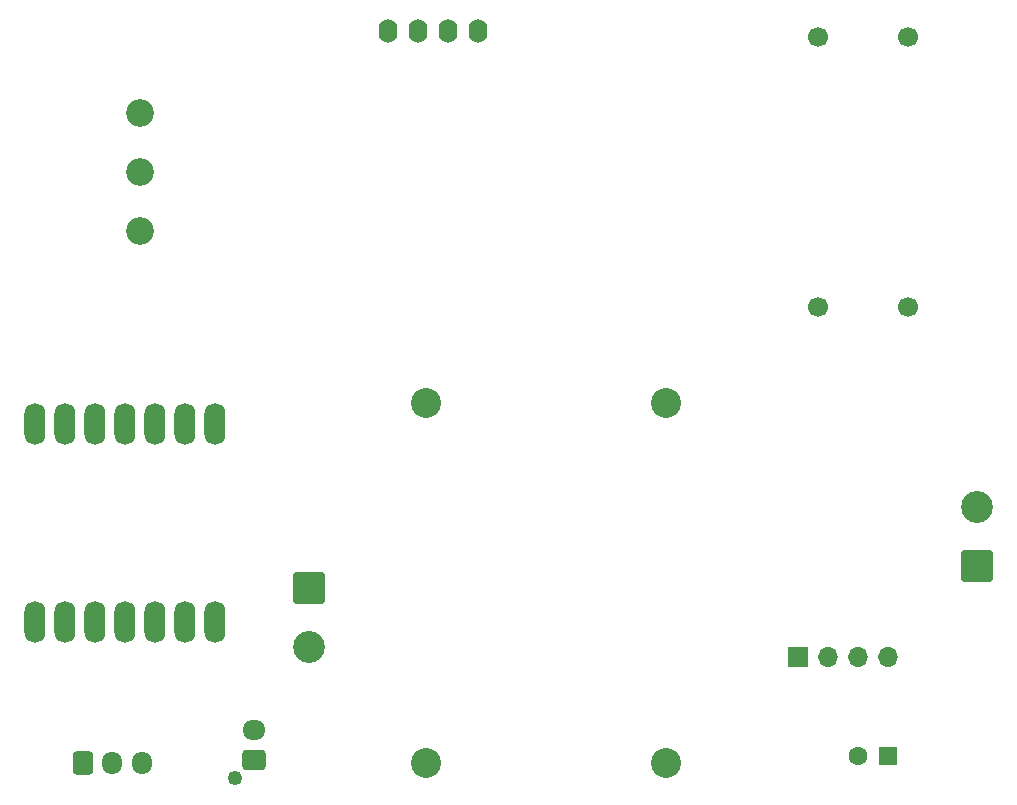
<source format=gbr>
%TF.GenerationSoftware,KiCad,Pcbnew,7.0.10*%
%TF.CreationDate,2024-02-04T22:17:42-08:00*%
%TF.ProjectId,pcb_lab,7063625f-6c61-4622-9e6b-696361645f70,rev?*%
%TF.SameCoordinates,Original*%
%TF.FileFunction,Soldermask,Bot*%
%TF.FilePolarity,Negative*%
%FSLAX46Y46*%
G04 Gerber Fmt 4.6, Leading zero omitted, Abs format (unit mm)*
G04 Created by KiCad (PCBNEW 7.0.10) date 2024-02-04 22:17:42*
%MOMM*%
%LPD*%
G01*
G04 APERTURE LIST*
G04 Aperture macros list*
%AMRoundRect*
0 Rectangle with rounded corners*
0 $1 Rounding radius*
0 $2 $3 $4 $5 $6 $7 $8 $9 X,Y pos of 4 corners*
0 Add a 4 corners polygon primitive as box body*
4,1,4,$2,$3,$4,$5,$6,$7,$8,$9,$2,$3,0*
0 Add four circle primitives for the rounded corners*
1,1,$1+$1,$2,$3*
1,1,$1+$1,$4,$5*
1,1,$1+$1,$6,$7*
1,1,$1+$1,$8,$9*
0 Add four rect primitives between the rounded corners*
20,1,$1+$1,$2,$3,$4,$5,0*
20,1,$1+$1,$4,$5,$6,$7,0*
20,1,$1+$1,$6,$7,$8,$9,0*
20,1,$1+$1,$8,$9,$2,$3,0*%
G04 Aperture macros list end*
%ADD10C,2.340000*%
%ADD11O,1.600000X2.000000*%
%ADD12RoundRect,0.250000X-0.600000X-0.725000X0.600000X-0.725000X0.600000X0.725000X-0.600000X0.725000X0*%
%ADD13O,1.700000X1.950000*%
%ADD14C,1.700000*%
%ADD15O,1.778000X3.556000*%
%ADD16C,2.540000*%
%ADD17RoundRect,0.250001X1.099999X-1.099999X1.099999X1.099999X-1.099999X1.099999X-1.099999X-1.099999X0*%
%ADD18C,2.700000*%
%ADD19R,1.600000X1.600000*%
%ADD20C,1.600000*%
%ADD21R,1.700000X1.700000*%
%ADD22O,1.700000X1.700000*%
%ADD23C,1.250000*%
%ADD24RoundRect,0.250000X0.725000X-0.600000X0.725000X0.600000X-0.725000X0.600000X-0.725000X-0.600000X0*%
%ADD25O,1.950000X1.700000*%
%ADD26RoundRect,0.250001X-1.099999X1.099999X-1.099999X-1.099999X1.099999X-1.099999X1.099999X1.099999X0*%
G04 APERTURE END LIST*
D10*
%TO.C,RV1*%
X87630000Y-57992000D03*
X87630000Y-62992000D03*
X87630000Y-67992000D03*
%TD*%
D11*
%TO.C,Brd1*%
X108648000Y-51042000D03*
X111188000Y-51042000D03*
X113728000Y-51042000D03*
X116268000Y-51042000D03*
%TD*%
D12*
%TO.C,SW1*%
X82793200Y-113010600D03*
D13*
X85293200Y-113010600D03*
X87793200Y-113010600D03*
%TD*%
D14*
%TO.C,M1*%
X145034000Y-51562000D03*
X152654000Y-51562000D03*
X152654000Y-74422000D03*
X145034000Y-74422000D03*
%TD*%
D15*
%TO.C,U1*%
X78740000Y-101041200D03*
X81280000Y-101041200D03*
X83820000Y-101041200D03*
X86360000Y-101041200D03*
X88900000Y-101041200D03*
X91440000Y-101041200D03*
X93980000Y-101041200D03*
X78740000Y-84277200D03*
X81280000Y-84277200D03*
X83820000Y-84277200D03*
X86360000Y-84277200D03*
X88900000Y-84277200D03*
X91440000Y-84277200D03*
X93980000Y-84277200D03*
%TD*%
D16*
%TO.C,REF\u002A\u002A*%
X111908790Y-113030010D03*
X132228790Y-113030010D03*
X111908790Y-82550010D03*
X132228790Y-82550010D03*
%TD*%
D17*
%TO.C,LS1*%
X158513300Y-96313000D03*
D18*
X158513300Y-91313000D03*
%TD*%
D19*
%TO.C,C8*%
X150980300Y-112389200D03*
D20*
X148480300Y-112389200D03*
%TD*%
D21*
%TO.C,D1*%
X143400300Y-104013000D03*
D22*
X145940300Y-104013000D03*
X148480300Y-104013000D03*
X151020300Y-104013000D03*
%TD*%
D23*
%TO.C,BT1*%
X95682000Y-114310600D03*
D24*
X97282000Y-112710600D03*
D25*
X97282000Y-110210600D03*
%TD*%
D26*
%TO.C,J1*%
X101939000Y-98179500D03*
D18*
X101939000Y-103179500D03*
%TD*%
M02*

</source>
